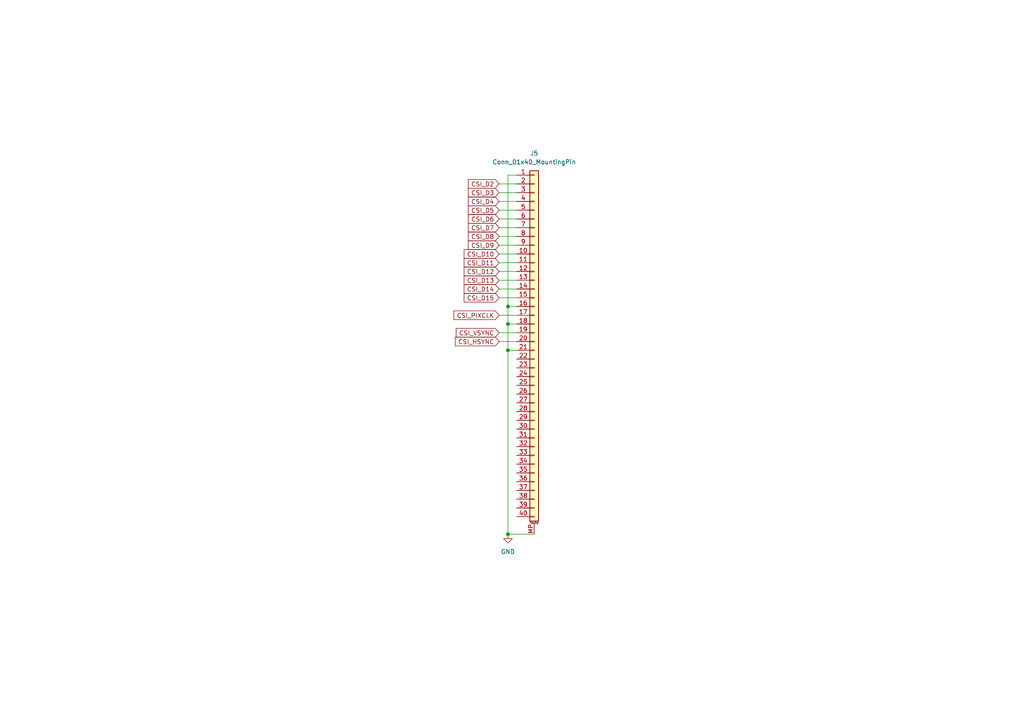
<source format=kicad_sch>
(kicad_sch (version 20230121) (generator eeschema)
  (paper "A4")
  (lib_symbols
    (symbol "Connector_Generic_MountingPin:Conn_01x40_MountingPin" (pin_names (offset 1.016) hide)
      (property "Reference" "J" (at 0 50.8 0))
      (property "Value" "Conn_01x40_MountingPin" (at 1.27 -53.34 0))
      (symbol "Conn_01x40_MountingPin_1_1"
        (rectangle (start -1.27 -50.673) (end 0 -50.927) (stroke (width 0.1524)))
        (rectangle (start -1.27 -48.133) (end 0 -48.387) (stroke (width 0.1524)))
        (rectangle (start -1.27 -45.593) (end 0 -45.847) (stroke (width 0.1524)))
        (rectangle (start -1.27 -43.053) (end 0 -43.307) (stroke (width 0.1524)))
        (rectangle (start -1.27 -40.513) (end 0 -40.767) (stroke (width 0.1524)))
        (rectangle (start -1.27 -37.973) (end 0 -38.227) (stroke (width 0.1524)))
        (rectangle (start -1.27 -35.433) (end 0 -35.687) (stroke (width 0.1524)))
        (rectangle (start -1.27 -32.893) (end 0 -33.147) (stroke (width 0.1524)))
        (rectangle (start -1.27 -30.353) (end 0 -30.607) (stroke (width 0.1524)))
        (rectangle (start -1.27 -27.813) (end 0 -28.067) (stroke (width 0.1524)))
        (rectangle (start -1.27 -25.273) (end 0 -25.527) (stroke (width 0.1524)))
        (rectangle (start -1.27 -22.733) (end 0 -22.987) (stroke (width 0.1524)))
        (rectangle (start -1.27 -20.193) (end 0 -20.447) (stroke (width 0.1524)))
        (rectangle (start -1.27 -17.653) (end 0 -17.907) (stroke (width 0.1524)))
        (rectangle (start -1.27 -15.113) (end 0 -15.367) (stroke (width 0.1524)))
        (rectangle (start -1.27 -12.573) (end 0 -12.827) (stroke (width 0.1524)))
        (rectangle (start -1.27 -10.033) (end 0 -10.287) (stroke (width 0.1524)))
        (rectangle (start -1.27 -7.493) (end 0 -7.747) (stroke (width 0.1524)))
        (rectangle (start -1.27 -4.953) (end 0 -5.207) (stroke (width 0.1524)))
        (rectangle (start -1.27 -2.413) (end 0 -2.667) (stroke (width 0.1524)))
        (rectangle (start -1.27 0.127) (end 0 -0.127) (stroke (width 0.1524)))
        (rectangle (start -1.27 2.667) (end 0 2.413) (stroke (width 0.1524)))
        (rectangle (start -1.27 5.207) (end 0 4.953) (stroke (width 0.1524)))
        (rectangle (start -1.27 7.747) (end 0 7.493) (stroke (width 0.1524)))
        (rectangle (start -1.27 10.287) (end 0 10.033) (stroke (width 0.1524)))
        (rectangle (start -1.27 12.827) (end 0 12.573) (stroke (width 0.1524)))
        (rectangle (start -1.27 15.367) (end 0 15.113) (stroke (width 0.1524)))
        (rectangle (start -1.27 17.907) (end 0 17.653) (stroke (width 0.1524)))
        (rectangle (start -1.27 20.447) (end 0 20.193) (stroke (width 0.1524)))
        (rectangle (start -1.27 22.987) (end 0 22.733) (stroke (width 0.1524)))
        (rectangle (start -1.27 25.527) (end 0 25.273) (stroke (width 0.1524)))
        (rectangle (start -1.27 28.067) (end 0 27.813) (stroke (width 0.1524)))
        (rectangle (start -1.27 30.607) (end 0 30.353) (stroke (width 0.1524)))
        (rectangle (start -1.27 33.147) (end 0 32.893) (stroke (width 0.1524)))
        (rectangle (start -1.27 35.687) (end 0 35.433) (stroke (width 0.1524)))
        (rectangle (start -1.27 38.227) (end 0 37.973) (stroke (width 0.1524)))
        (rectangle (start -1.27 40.767) (end 0 40.513) (stroke (width 0.1524)))
        (rectangle (start -1.27 43.307) (end 0 43.053) (stroke (width 0.1524)))
        (rectangle (start -1.27 45.847) (end 0 45.593) (stroke (width 0.1524)))
        (rectangle (start -1.27 48.387) (end 0 48.133) (stroke (width 0.1524)))
        (rectangle (start -1.27 49.53) (end 1.27 -52.07) (stroke (width 0.254)) (fill (type background)))
        (polyline (pts (xy -1.016 -52.832) (xy 1.016 -52.832)) (stroke (width 0.1524)))
        (text "Mounting" (at 0 -52.451 0) (effects (font (size 0.381 0.381))))
        (pin passive line (at -5.08 48.26 0) (length 3.81) (name "Pin_1") (number "1"))
        (pin passive line (at -5.08 25.4 0) (length 3.81) (name "Pin_10") (number "10"))
        (pin passive line (at -5.08 22.86 0) (length 3.81) (name "Pin_11") (number "11"))
        (pin passive line (at -5.08 20.32 0) (length 3.81) (name "Pin_12") (number "12"))
        (pin passive line (at -5.08 17.78 0) (length 3.81) (name "Pin_13") (number "13"))
        (pin passive line (at -5.08 15.24 0) (length 3.81) (name "Pin_14") (number "14"))
        (pin passive line (at -5.08 12.7 0) (length 3.81) (name "Pin_15") (number "15"))
        (pin passive line (at -5.08 10.16 0) (length 3.81) (name "Pin_16") (number "16"))
        (pin passive line (at -5.08 7.62 0) (length 3.81) (name "Pin_17") (number "17"))
        (pin passive line (at -5.08 5.08 0) (length 3.81) (name "Pin_18") (number "18"))
        (pin passive line (at -5.08 2.54 0) (length 3.81) (name "Pin_19") (number "19"))
        (pin passive line (at -5.08 45.72 0) (length 3.81) (name "Pin_2") (number "2"))
        (pin passive line (at -5.08 0 0) (length 3.81) (name "Pin_20") (number "20"))
        (pin passive line (at -5.08 -2.54 0) (length 3.81) (name "Pin_21") (number "21"))
        (pin passive line (at -5.08 -5.08 0) (length 3.81) (name "Pin_22") (number "22"))
        (pin passive line (at -5.08 -7.62 0) (length 3.81) (name "Pin_23") (number "23"))
        (pin passive line (at -5.08 -10.16 0) (length 3.81) (name "Pin_24") (number "24"))
        (pin passive line (at -5.08 -12.7 0) (length 3.81) (name "Pin_25") (number "25"))
        (pin passive line (at -5.08 -15.24 0) (length 3.81) (name "Pin_26") (number "26"))
        (pin passive line (at -5.08 -17.78 0) (length 3.81) (name "Pin_27") (number "27"))
        (pin passive line (at -5.08 -20.32 0) (length 3.81) (name "Pin_28") (number "28"))
        (pin passive line (at -5.08 -22.86 0) (length 3.81) (name "Pin_29") (number "29"))
        (pin passive line (at -5.08 43.18 0) (length 3.81) (name "Pin_3") (number "3"))
        (pin passive line (at -5.08 -25.4 0) (length 3.81) (name "Pin_30") (number "30"))
        (pin passive line (at -5.08 -27.94 0) (length 3.81) (name "Pin_31") (number "31"))
        (pin passive line (at -5.08 -30.48 0) (length 3.81) (name "Pin_32") (number "32"))
        (pin passive line (at -5.08 -33.02 0) (length 3.81) (name "Pin_33") (number "33"))
        (pin passive line (at -5.08 -35.56 0) (length 3.81) (name "Pin_34") (number "34"))
        (pin passive line (at -5.08 -38.1 0) (length 3.81) (name "Pin_35") (number "35"))
        (pin passive line (at -5.08 -40.64 0) (length 3.81) (name "Pin_36") (number "36"))
        (pin passive line (at -5.08 -43.18 0) (length 3.81) (name "Pin_37") (number "37"))
        (pin passive line (at -5.08 -45.72 0) (length 3.81) (name "Pin_38") (number "38"))
        (pin passive line (at -5.08 -48.26 0) (length 3.81) (name "Pin_39") (number "39"))
        (pin passive line (at -5.08 40.64 0) (length 3.81) (name "Pin_4") (number "4"))
        (pin passive line (at -5.08 -50.8 0) (length 3.81) (name "Pin_40") (number "40"))
        (pin passive line (at -5.08 38.1 0) (length 3.81) (name "Pin_5") (number "5"))
        (pin passive line (at -5.08 35.56 0) (length 3.81) (name "Pin_6") (number "6"))
        (pin passive line (at -5.08 33.02 0) (length 3.81) (name "Pin_7") (number "7"))
        (pin passive line (at -5.08 30.48 0) (length 3.81) (name "Pin_8") (number "8"))
        (pin passive line (at -5.08 27.94 0) (length 3.81) (name "Pin_9") (number "9"))
        (pin passive line (at 0 -55.88 90) (length 3.048) (name "MountPin") (number "MP"))
      )
    )
    (symbol "power:GND" (power) (pin_names (offset 0))
      (property "Value" "GND" (at 0 -3.81 0))
      (symbol "GND_0_1"
        (polyline (pts (xy 0 0) (xy 0 -1.27) (xy 1.27 -1.27) (xy 0 -2.54) (xy -1.27 -1.27) (xy 0 -1.27)))
      )
      (symbol "GND_1_1"
        (pin power_in line (at 0 0 270) (length 0) hide (name "GND") (number "1"))
      )
    )
  )
  (junction (at 147.32 154.94))
  (junction (at 147.32 93.98))
  (junction (at 147.32 101.6))
  (junction (at 147.32 88.9))
  (wire (pts (xy 144.78 78.74) (xy 149.86 78.74)))
  (wire (pts (xy 144.78 60.96) (xy 149.86 60.96)))
  (wire (pts (xy 147.32 101.6) (xy 149.86 101.6)))
  (wire (pts (xy 144.78 66.04) (xy 149.86 66.04)))
  (wire (pts (xy 144.78 53.34) (xy 149.86 53.34)))
  (wire (pts (xy 144.78 99.06) (xy 149.86 99.06)))
  (wire (pts (xy 144.78 86.36) (xy 149.86 86.36)))
  (wire (pts (xy 144.78 63.5) (xy 149.86 63.5)))
  (wire (pts (xy 147.32 88.9) (xy 147.32 93.98)))
  (wire (pts (xy 144.78 55.88) (xy 149.86 55.88)))
  (wire (pts (xy 144.78 91.44) (xy 149.86 91.44)))
  (wire (pts (xy 147.32 93.98) (xy 149.86 93.98)))
  (wire (pts (xy 147.32 93.98) (xy 147.32 101.6)))
  (wire (pts (xy 144.78 71.12) (xy 149.86 71.12)))
  (wire (pts (xy 147.32 101.6) (xy 147.32 154.94)))
  (wire (pts (xy 144.78 76.2) (xy 149.86 76.2)))
  (wire (pts (xy 147.32 88.9) (xy 149.86 88.9)))
  (wire (pts (xy 147.32 154.94) (xy 154.94 154.94)))
  (wire (pts (xy 144.78 83.82) (xy 149.86 83.82)))
  (wire (pts (xy 144.78 73.66) (xy 149.86 73.66)))
  (wire (pts (xy 149.86 50.8) (xy 147.32 50.8)))
  (wire (pts (xy 144.78 96.52) (xy 149.86 96.52)))
  (wire (pts (xy 144.78 68.58) (xy 149.86 68.58)))
  (wire (pts (xy 144.78 81.28) (xy 149.86 81.28)))
  (wire (pts (xy 147.32 50.8) (xy 147.32 88.9)))
  (wire (pts (xy 144.78 58.42) (xy 149.86 58.42)))
  (global_label "CSI_D8" (shape input) (at 144.78 68.58 180) (property "Intersheetrefs" "${INTERSHEET_REFS}" (effects hide)))
  (global_label "CSI_D9" (shape input) (at 144.78 71.12 180) (property "Intersheetrefs" "${INTERSHEET_REFS}" (effects hide)))
  (global_label "CSI_HSYNC" (shape input) (at 144.78 99.06 180) (property "Intersheetrefs" "${INTERSHEET_REFS}" (effects hide)))
  (global_label "CSI_D13" (shape input) (at 144.78 81.28 180) (property "Intersheetrefs" "${INTERSHEET_REFS}" (effects hide)))
  (global_label "CSI_D14" (shape input) (at 144.78 83.82 180) (property "Intersheetrefs" "${INTERSHEET_REFS}" (effects hide)))
  (global_label "CSI_D10" (shape input) (at 144.78 73.66 180) (property "Intersheetrefs" "${INTERSHEET_REFS}" (effects hide)))
  (global_label "CSI_D2" (shape input) (at 144.78 53.34 180) (property "Intersheetrefs" "${INTERSHEET_REFS}" (effects hide)))
  (global_label "CSI_D3" (shape input) (at 144.78 55.88 180) (property "Intersheetrefs" "${INTERSHEET_REFS}" (effects hide)))
  (global_label "CSI_D15" (shape input) (at 144.78 86.36 180) (property "Intersheetrefs" "${INTERSHEET_REFS}" (effects hide)))
  (global_label "CSI_D6" (shape input) (at 144.78 63.5 180) (property "Intersheetrefs" "${INTERSHEET_REFS}" (effects hide)))
  (global_label "CSI_PIXCLK" (shape input) (at 144.78 91.44 180) (property "Intersheetrefs" "${INTERSHEET_REFS}" (effects hide)))
  (global_label "CSI_D5" (shape input) (at 144.78 60.96 180) (property "Intersheetrefs" "${INTERSHEET_REFS}" (effects hide)))
  (global_label "CSI_D11" (shape input) (at 144.78 76.2 180) (property "Intersheetrefs" "${INTERSHEET_REFS}" (effects hide)))
  (global_label "CSI_D12" (shape input) (at 144.78 78.74 180) (property "Intersheetrefs" "${INTERSHEET_REFS}" (effects hide)))
  (global_label "CSI_VSYNC" (shape input) (at 144.78 96.52 180) (property "Intersheetrefs" "${INTERSHEET_REFS}" (effects hide)))
  (global_label "CSI_D7" (shape input) (at 144.78 66.04 180) (property "Intersheetrefs" "${INTERSHEET_REFS}" (effects hide)))
  (global_label "CSI_D4" (shape input) (at 144.78 58.42 180) (property "Intersheetrefs" "${INTERSHEET_REFS}" (effects hide)))
  (symbol (lib_id "Connector_Generic_MountingPin:Conn_01x40_MountingPin") (at 154.94 99.06 0) (unit 1)
    (property "Reference" "J5" (at 154.94 44.45 0))
    (property "Value" "Conn_01x40_MountingPin" (at 154.94 46.99 0))
  )
  (symbol (lib_id "power:GND") (at 147.32 154.94 0) (unit 1)
    (property "Reference" "#PWR069" (effects hide))
    (property "Value" "GND" (at 147.32 160.02 0))
  )
)
</source>
